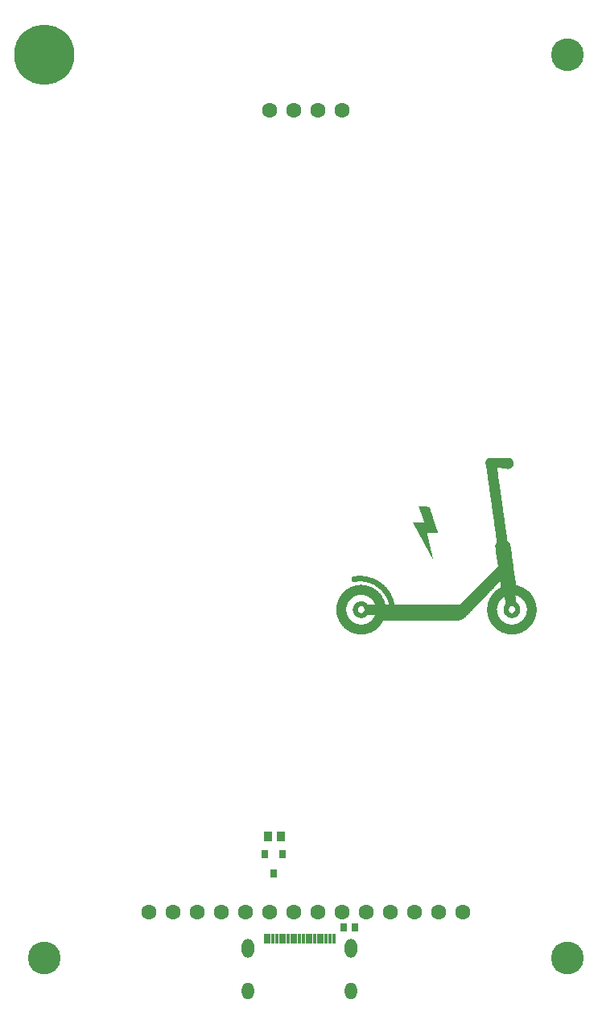
<source format=gbs>
G04*
G04 #@! TF.GenerationSoftware,Altium Limited,Altium Designer,22.11.1 (43)*
G04*
G04 Layer_Color=16711935*
%FSLAX25Y25*%
%MOIN*%
G70*
G04*
G04 #@! TF.SameCoordinates,1D5D8595-F9E1-464C-B53C-8977FC05DA47*
G04*
G04*
G04 #@! TF.FilePolarity,Negative*
G04*
G01*
G75*
%ADD27R,0.03747X0.04140*%
%ADD29C,0.06306*%
%ADD30O,0.05124X0.07093*%
%ADD31O,0.05124X0.07880*%
%ADD32C,0.13543*%
%ADD33C,0.24961*%
%ADD40R,0.03150X0.03543*%
%ADD42R,0.03156X0.03747*%
%ADD43R,0.01306X0.04337*%
G36*
X212250Y226556D02*
X212646D01*
Y226457D01*
X212844D01*
Y226358D01*
X212943D01*
Y226259D01*
X213141D01*
Y226160D01*
X213240D01*
Y226061D01*
X213338D01*
Y225962D01*
X213438D01*
Y225864D01*
X213537D01*
Y225764D01*
X213635D01*
Y225567D01*
X213734D01*
Y225369D01*
X213833D01*
Y225171D01*
X213932D01*
Y224775D01*
X214031D01*
Y223983D01*
X213932D01*
Y223488D01*
X213833D01*
Y223291D01*
X213734D01*
Y223093D01*
X213635D01*
Y222994D01*
X213537D01*
Y222895D01*
X213438D01*
Y222697D01*
X213240D01*
Y222598D01*
X213141D01*
Y222499D01*
X213042D01*
Y222400D01*
X212943D01*
Y222301D01*
X212646D01*
Y222202D01*
X212448D01*
Y222103D01*
X212052D01*
Y222004D01*
X211359D01*
Y222103D01*
X210667D01*
Y222202D01*
X210172D01*
Y222301D01*
X209479D01*
Y222400D01*
X208984D01*
Y222499D01*
X208391D01*
Y222598D01*
X207797D01*
Y222697D01*
X207203D01*
Y222202D01*
X207302D01*
Y221410D01*
X207401D01*
Y220817D01*
X207500D01*
Y220025D01*
X207599D01*
Y219431D01*
X207698D01*
Y218639D01*
X207797D01*
Y218046D01*
X207896D01*
Y217254D01*
X207995D01*
Y216561D01*
X208094D01*
Y215968D01*
X208193D01*
Y215077D01*
X208292D01*
Y214483D01*
X208391D01*
Y213692D01*
X208490D01*
Y213098D01*
X208589D01*
Y212405D01*
X208687D01*
Y211713D01*
X208787D01*
Y211119D01*
X208885D01*
Y210228D01*
X208984D01*
Y209634D01*
X209083D01*
Y208942D01*
X209182D01*
Y208249D01*
X209281D01*
Y207556D01*
X209380D01*
Y206765D01*
X209479D01*
Y206171D01*
X209578D01*
Y205379D01*
X209677D01*
Y204686D01*
X209776D01*
Y204093D01*
X209875D01*
Y203301D01*
X209974D01*
Y202707D01*
X210073D01*
Y201916D01*
X210172D01*
Y201322D01*
X210271D01*
Y200530D01*
X210370D01*
Y199739D01*
X210469D01*
Y199244D01*
X210568D01*
Y198353D01*
X210667D01*
Y197858D01*
X210766D01*
Y197067D01*
X210865D01*
Y196374D01*
X210964D01*
Y195681D01*
X211063D01*
Y194889D01*
X211161D01*
Y194296D01*
X211260D01*
Y193504D01*
X211359D01*
Y192910D01*
X211458D01*
Y192119D01*
X211557D01*
Y191921D01*
X211755D01*
Y191822D01*
X211953D01*
Y191723D01*
X212052D01*
Y191624D01*
X212250D01*
Y191525D01*
X212349D01*
Y191426D01*
X212448D01*
Y191228D01*
X212547D01*
Y191030D01*
X212646D01*
Y190733D01*
X212745D01*
Y189843D01*
X212844D01*
Y189249D01*
X212943D01*
Y188457D01*
X213042D01*
Y187864D01*
X213141D01*
Y187171D01*
X213240D01*
Y186379D01*
X213338D01*
Y185785D01*
X213438D01*
Y184994D01*
X213537D01*
Y184400D01*
X213635D01*
Y183608D01*
X213734D01*
Y182916D01*
X213833D01*
Y182223D01*
X213932D01*
Y181431D01*
X214031D01*
Y180838D01*
X214130D01*
Y180046D01*
X214229D01*
Y179452D01*
X214328D01*
Y178759D01*
X214427D01*
Y177968D01*
X214526D01*
Y177374D01*
X214625D01*
Y176483D01*
X214724D01*
Y175890D01*
X214823D01*
Y175197D01*
X214922D01*
Y174504D01*
X215021D01*
Y174009D01*
X215120D01*
Y173910D01*
X215318D01*
Y173811D01*
X215912D01*
Y173713D01*
X216109D01*
Y173614D01*
X216505D01*
Y173514D01*
X216802D01*
Y173416D01*
X217000D01*
Y173317D01*
X217297D01*
Y173218D01*
X217495D01*
Y173119D01*
X217792D01*
Y173020D01*
X217891D01*
Y172921D01*
X218089D01*
Y172822D01*
X218286D01*
Y172723D01*
X218484D01*
Y172624D01*
X218682D01*
Y172525D01*
X218781D01*
Y172426D01*
X218979D01*
Y172327D01*
X219078D01*
Y172228D01*
X219276D01*
Y172129D01*
X219375D01*
Y172030D01*
X219474D01*
Y171931D01*
X219672D01*
Y171832D01*
X219771D01*
Y171733D01*
X219870D01*
Y171634D01*
X219969D01*
Y171535D01*
X220068D01*
Y171436D01*
X220266D01*
Y171337D01*
X220365D01*
Y171239D01*
X220463D01*
Y171140D01*
X220563D01*
Y171041D01*
X220661D01*
Y170942D01*
X220760D01*
Y170843D01*
X220859D01*
Y170744D01*
X220958D01*
Y170645D01*
X221057D01*
Y170447D01*
X221156D01*
Y170348D01*
X221255D01*
Y170249D01*
X221354D01*
Y170150D01*
X221453D01*
Y169952D01*
X221552D01*
Y169853D01*
X221651D01*
Y169754D01*
X221750D01*
Y169556D01*
X221849D01*
Y169457D01*
X221948D01*
Y169259D01*
X222047D01*
Y169061D01*
X222146D01*
Y168963D01*
X222245D01*
Y168764D01*
X222344D01*
Y168567D01*
X222443D01*
Y168369D01*
X222542D01*
Y168171D01*
X222641D01*
Y167973D01*
X222740D01*
Y167676D01*
X222838D01*
Y167478D01*
X222937D01*
Y167181D01*
X223037D01*
Y166983D01*
X223135D01*
Y166587D01*
X223234D01*
Y166192D01*
X223333D01*
Y165796D01*
X223432D01*
Y165004D01*
X223531D01*
Y163817D01*
X223630D01*
Y163718D01*
X223531D01*
Y162629D01*
X223432D01*
Y161837D01*
X223333D01*
Y161442D01*
X223234D01*
Y161046D01*
X223135D01*
Y160650D01*
X223037D01*
Y160452D01*
X222937D01*
Y160155D01*
X222838D01*
Y159957D01*
X222740D01*
Y159660D01*
X222641D01*
Y159462D01*
X222542D01*
Y159265D01*
X222443D01*
Y159067D01*
X222344D01*
Y158869D01*
X222245D01*
Y158671D01*
X222146D01*
Y158572D01*
X222047D01*
Y158374D01*
X221948D01*
Y158176D01*
X221849D01*
Y158077D01*
X221750D01*
Y157879D01*
X221651D01*
Y157780D01*
X221552D01*
Y157681D01*
X221453D01*
Y157483D01*
X221354D01*
Y157384D01*
X221255D01*
Y157285D01*
X221156D01*
Y157186D01*
X221057D01*
Y156989D01*
X220958D01*
Y156889D01*
X220859D01*
Y156791D01*
X220760D01*
Y156692D01*
X220661D01*
Y156593D01*
X220563D01*
Y156494D01*
X220463D01*
Y156395D01*
X220365D01*
Y156296D01*
X220266D01*
Y156197D01*
X220068D01*
Y155999D01*
X219870D01*
Y155900D01*
X219771D01*
Y155801D01*
X219672D01*
Y155702D01*
X219573D01*
Y155603D01*
X219375D01*
Y155504D01*
X219276D01*
Y155405D01*
X219078D01*
Y155306D01*
X218979D01*
Y155207D01*
X218781D01*
Y155108D01*
X218682D01*
Y155009D01*
X218484D01*
Y154910D01*
X218286D01*
Y154811D01*
X218089D01*
Y154712D01*
X217990D01*
Y154613D01*
X217693D01*
Y154515D01*
X217594D01*
Y154416D01*
X217297D01*
Y154317D01*
X217099D01*
Y154218D01*
X216802D01*
Y154119D01*
X216505D01*
Y154020D01*
X216208D01*
Y153921D01*
X215812D01*
Y153822D01*
X215417D01*
Y153723D01*
X214922D01*
Y153624D01*
X213833D01*
Y153525D01*
X212943D01*
Y153624D01*
X211656D01*
Y153723D01*
X211161D01*
Y153822D01*
X210766D01*
Y153921D01*
X210370D01*
Y154020D01*
X210172D01*
Y154119D01*
X209776D01*
Y154218D01*
X209578D01*
Y154317D01*
X209281D01*
Y154416D01*
X209083D01*
Y154515D01*
X208885D01*
Y154613D01*
X208687D01*
Y154712D01*
X208490D01*
Y154811D01*
X208292D01*
Y154910D01*
X208094D01*
Y155009D01*
X207995D01*
Y155108D01*
X207797D01*
Y155207D01*
X207698D01*
Y155306D01*
X207500D01*
Y155405D01*
X207401D01*
Y155504D01*
X207203D01*
Y155603D01*
X207104D01*
Y155702D01*
X207005D01*
Y155801D01*
X206807D01*
Y155900D01*
X206708D01*
Y155999D01*
X206609D01*
Y156098D01*
X206510D01*
Y156197D01*
X206412D01*
Y156296D01*
X206312D01*
Y156395D01*
X206213D01*
Y156494D01*
X206115D01*
Y156593D01*
X206016D01*
Y156692D01*
X205917D01*
Y156791D01*
X205818D01*
Y156889D01*
X205719D01*
Y156989D01*
X205620D01*
Y157088D01*
X205521D01*
Y157186D01*
X205422D01*
Y157285D01*
X205323D01*
Y157483D01*
X205224D01*
Y157582D01*
X205125D01*
Y157681D01*
X205026D01*
Y157780D01*
X204927D01*
Y157978D01*
X204828D01*
Y158077D01*
X204729D01*
Y158275D01*
X204630D01*
Y158473D01*
X204531D01*
Y158572D01*
X204432D01*
Y158770D01*
X204333D01*
Y158968D01*
X204234D01*
Y159166D01*
X204135D01*
Y159363D01*
X204036D01*
Y159462D01*
X203938D01*
Y159759D01*
X203838D01*
Y159957D01*
X203740D01*
Y160254D01*
X203641D01*
Y160551D01*
X203542D01*
Y160848D01*
X203443D01*
Y161244D01*
X203344D01*
Y161541D01*
X203245D01*
Y162134D01*
X203146D01*
Y162728D01*
X203047D01*
Y164806D01*
X203146D01*
Y165499D01*
X203245D01*
Y166093D01*
X203344D01*
Y166390D01*
X203443D01*
Y166785D01*
X203542D01*
Y167082D01*
X203641D01*
Y167379D01*
X203740D01*
Y167676D01*
X203838D01*
Y167874D01*
X203938D01*
Y168171D01*
X204036D01*
Y168270D01*
X204135D01*
Y168567D01*
X204234D01*
Y168666D01*
X204333D01*
Y168863D01*
X204432D01*
Y169061D01*
X204531D01*
Y169160D01*
X204630D01*
Y169358D01*
X204729D01*
Y169556D01*
X204828D01*
Y169655D01*
X204927D01*
Y169853D01*
X205026D01*
Y169952D01*
X205125D01*
Y170051D01*
X205224D01*
Y170150D01*
X205323D01*
Y170348D01*
X205422D01*
Y170447D01*
X205521D01*
Y170546D01*
X205620D01*
Y170645D01*
X205719D01*
Y170744D01*
X205818D01*
Y170843D01*
X205917D01*
Y170942D01*
X206016D01*
Y171041D01*
X206115D01*
Y171140D01*
X206213D01*
Y171239D01*
X206312D01*
Y171337D01*
X206412D01*
Y171436D01*
X206510D01*
Y171535D01*
X206609D01*
Y171634D01*
X206708D01*
Y171733D01*
X206807D01*
Y171832D01*
X207005D01*
Y171931D01*
X207104D01*
Y172030D01*
X207203D01*
Y172129D01*
X207401D01*
Y172228D01*
X207500D01*
Y172327D01*
X207599D01*
Y172426D01*
X207797D01*
Y172525D01*
X207995D01*
Y172624D01*
X208193D01*
Y172723D01*
X208292D01*
Y172822D01*
X208490D01*
Y172921D01*
X208687D01*
Y174009D01*
X208589D01*
Y174603D01*
X208490D01*
Y175296D01*
X208391D01*
Y175395D01*
X208292D01*
Y175296D01*
X208193D01*
Y175197D01*
X208094D01*
Y175098D01*
X207995D01*
Y174999D01*
X207896D01*
Y174900D01*
X207797D01*
Y174801D01*
X207698D01*
Y174702D01*
X207599D01*
Y174603D01*
X207500D01*
Y174504D01*
X207401D01*
Y174405D01*
X207302D01*
Y174306D01*
X207203D01*
Y174207D01*
X207104D01*
Y174108D01*
X207005D01*
Y174009D01*
X206906D01*
Y173910D01*
X206807D01*
Y173811D01*
X206708D01*
Y173713D01*
X206609D01*
Y173614D01*
X206510D01*
Y173514D01*
X206412D01*
Y173416D01*
X206312D01*
Y173218D01*
X206115D01*
Y173020D01*
X206016D01*
Y172921D01*
X205917D01*
Y172822D01*
X205818D01*
Y172723D01*
X205719D01*
Y172624D01*
X205620D01*
Y172525D01*
X205521D01*
Y172426D01*
X205422D01*
Y172327D01*
X205323D01*
Y172228D01*
X205224D01*
Y172129D01*
X205125D01*
Y172030D01*
X205026D01*
Y171931D01*
X204927D01*
Y171832D01*
X204828D01*
Y171733D01*
X204729D01*
Y171634D01*
X204630D01*
Y171535D01*
X204531D01*
Y171436D01*
X204432D01*
Y171337D01*
X204333D01*
Y171239D01*
X204234D01*
Y171140D01*
X204135D01*
Y171041D01*
X204036D01*
Y170942D01*
X203938D01*
Y170843D01*
X203838D01*
Y170744D01*
X203740D01*
Y170645D01*
X203641D01*
Y170546D01*
X203542D01*
Y170447D01*
X203443D01*
Y170249D01*
X203245D01*
Y170051D01*
X203146D01*
Y169952D01*
X203047D01*
Y169853D01*
X202948D01*
Y169754D01*
X202849D01*
Y169655D01*
X202750D01*
Y169556D01*
X202651D01*
Y169457D01*
X202552D01*
Y169358D01*
X202453D01*
Y169259D01*
X202354D01*
Y169160D01*
X202255D01*
Y169061D01*
X202156D01*
Y168963D01*
X202057D01*
Y168863D01*
X201958D01*
Y168764D01*
X201859D01*
Y168666D01*
X201760D01*
Y168567D01*
X201661D01*
Y168468D01*
X201562D01*
Y168369D01*
X201464D01*
Y168270D01*
X201365D01*
Y168171D01*
X201266D01*
Y168072D01*
X201167D01*
Y167973D01*
X201068D01*
Y167874D01*
X200969D01*
Y167775D01*
X200870D01*
Y167676D01*
X200771D01*
Y167577D01*
X200672D01*
Y167379D01*
X200573D01*
Y167280D01*
X200474D01*
Y167181D01*
X200375D01*
Y167082D01*
X200276D01*
Y166983D01*
X200177D01*
Y166884D01*
X200078D01*
Y166785D01*
X199979D01*
Y166686D01*
X199880D01*
Y166587D01*
X199781D01*
Y166489D01*
X199682D01*
Y166390D01*
X199583D01*
Y166291D01*
X199484D01*
Y166192D01*
X199385D01*
Y166093D01*
X199286D01*
Y165994D01*
X199188D01*
Y165895D01*
X199089D01*
Y165796D01*
X198990D01*
Y165697D01*
X198891D01*
Y165598D01*
X198792D01*
Y165499D01*
X198693D01*
Y165400D01*
X198594D01*
Y165301D01*
X198495D01*
Y165202D01*
X198396D01*
Y165103D01*
X198297D01*
Y165004D01*
X198198D01*
Y164806D01*
X198000D01*
Y164608D01*
X197802D01*
Y164410D01*
X197703D01*
Y164311D01*
X197604D01*
Y164213D01*
X197505D01*
Y164113D01*
X197406D01*
Y164014D01*
X197307D01*
Y163916D01*
X197208D01*
Y163817D01*
X197109D01*
Y163718D01*
X197010D01*
Y163619D01*
X196912D01*
Y163520D01*
X196812D01*
Y163421D01*
X196713D01*
Y163322D01*
X196615D01*
Y163223D01*
X196516D01*
Y163124D01*
X196417D01*
Y163025D01*
X196318D01*
Y162926D01*
X196219D01*
Y162827D01*
X196120D01*
Y162728D01*
X196021D01*
Y162629D01*
X195922D01*
Y162530D01*
X195823D01*
Y162431D01*
X195724D01*
Y162332D01*
X195625D01*
Y162233D01*
X195526D01*
Y162134D01*
X195427D01*
Y161936D01*
X195229D01*
Y161739D01*
X195130D01*
Y161639D01*
X195031D01*
Y161541D01*
X194932D01*
Y161442D01*
X194734D01*
Y161343D01*
X194635D01*
Y161244D01*
X194536D01*
Y161145D01*
X194438D01*
Y161046D01*
X194339D01*
Y160947D01*
X194240D01*
Y160848D01*
X194141D01*
Y160749D01*
X194042D01*
Y160650D01*
X193943D01*
Y160551D01*
X193844D01*
Y160452D01*
X193745D01*
Y160353D01*
X193547D01*
Y160254D01*
X193448D01*
Y160155D01*
X193250D01*
Y160056D01*
X193052D01*
Y159957D01*
X192953D01*
Y159858D01*
X192755D01*
Y159759D01*
X192557D01*
Y159660D01*
X192260D01*
Y159561D01*
X191964D01*
Y159462D01*
X191667D01*
Y159363D01*
X191073D01*
Y159265D01*
X160594D01*
Y159363D01*
X160099D01*
Y159166D01*
X160000D01*
Y158968D01*
X159901D01*
Y158869D01*
X159802D01*
Y158671D01*
X159703D01*
Y158473D01*
X159604D01*
Y158275D01*
X159505D01*
Y158176D01*
X159406D01*
Y158077D01*
X159307D01*
Y157879D01*
X159208D01*
Y157780D01*
X159109D01*
Y157582D01*
X159010D01*
Y157483D01*
X158912D01*
Y157384D01*
X158812D01*
Y157186D01*
X158713D01*
Y157088D01*
X158615D01*
Y156989D01*
X158516D01*
Y156889D01*
X158417D01*
Y156791D01*
X158318D01*
Y156692D01*
X158219D01*
Y156593D01*
X158120D01*
Y156494D01*
X158021D01*
Y156395D01*
X157922D01*
Y156296D01*
X157823D01*
Y156197D01*
X157724D01*
Y156098D01*
X157625D01*
Y155999D01*
X157427D01*
Y155900D01*
X157328D01*
Y155801D01*
X157229D01*
Y155702D01*
X157130D01*
Y155603D01*
X156932D01*
Y155504D01*
X156833D01*
Y155405D01*
X156734D01*
Y155306D01*
X156536D01*
Y155207D01*
X156438D01*
Y155108D01*
X156240D01*
Y155009D01*
X156042D01*
Y154910D01*
X155943D01*
Y154811D01*
X155745D01*
Y154712D01*
X155547D01*
Y154613D01*
X155349D01*
Y154515D01*
X155151D01*
Y154416D01*
X154854D01*
Y154317D01*
X154656D01*
Y154218D01*
X154458D01*
Y154119D01*
X154062D01*
Y154020D01*
X153865D01*
Y153921D01*
X153370D01*
Y153822D01*
X152974D01*
Y153723D01*
X152479D01*
Y153624D01*
X151292D01*
Y153525D01*
X150302D01*
Y153624D01*
X149312D01*
Y153723D01*
X148818D01*
Y153822D01*
X148422D01*
Y153921D01*
X147927D01*
Y154020D01*
X147729D01*
Y154119D01*
X147333D01*
Y154218D01*
X147135D01*
Y154317D01*
X146838D01*
Y154416D01*
X146641D01*
Y154515D01*
X146443D01*
Y154613D01*
X146245D01*
Y154712D01*
X146047D01*
Y154811D01*
X145849D01*
Y154910D01*
X145750D01*
Y155009D01*
X145552D01*
Y155108D01*
X145354D01*
Y155207D01*
X145255D01*
Y155306D01*
X145057D01*
Y155405D01*
X144958D01*
Y155504D01*
X144760D01*
Y155603D01*
X144661D01*
Y155702D01*
X144562D01*
Y155801D01*
X144365D01*
Y155900D01*
X144266D01*
Y155999D01*
X144167D01*
Y156098D01*
X144068D01*
Y156197D01*
X143969D01*
Y156296D01*
X143870D01*
Y156395D01*
X143771D01*
Y156494D01*
X143672D01*
Y156593D01*
X143573D01*
Y156692D01*
X143474D01*
Y156791D01*
X143375D01*
Y156889D01*
X143276D01*
Y156989D01*
X143177D01*
Y157088D01*
X143078D01*
Y157186D01*
X142979D01*
Y157384D01*
X142880D01*
Y157483D01*
X142781D01*
Y157582D01*
X142682D01*
Y157780D01*
X142583D01*
Y157879D01*
X142484D01*
Y157978D01*
X142385D01*
Y158176D01*
X142287D01*
Y158275D01*
X142188D01*
Y158473D01*
X142088D01*
Y158572D01*
X141990D01*
Y158770D01*
X141891D01*
Y158968D01*
X141792D01*
Y159166D01*
X141693D01*
Y159363D01*
X141594D01*
Y159561D01*
X141495D01*
Y159858D01*
X141396D01*
Y160056D01*
X141297D01*
Y160353D01*
X141198D01*
Y160551D01*
X141099D01*
Y160848D01*
X141000D01*
Y161343D01*
X140901D01*
Y161639D01*
X140802D01*
Y162332D01*
X140703D01*
Y163124D01*
X140604D01*
Y164509D01*
X140703D01*
Y165301D01*
X140802D01*
Y165994D01*
X140901D01*
Y166291D01*
X141000D01*
Y166785D01*
X141099D01*
Y167082D01*
X141198D01*
Y167280D01*
X141297D01*
Y167577D01*
X141396D01*
Y167775D01*
X141495D01*
Y168072D01*
X141594D01*
Y168270D01*
X141693D01*
Y168468D01*
X141792D01*
Y168666D01*
X141891D01*
Y168863D01*
X141990D01*
Y169061D01*
X142088D01*
Y169160D01*
X142188D01*
Y169358D01*
X142287D01*
Y169457D01*
X142385D01*
Y169655D01*
X142484D01*
Y169754D01*
X142583D01*
Y169853D01*
X142682D01*
Y170051D01*
X142781D01*
Y170150D01*
X142880D01*
Y170249D01*
X142979D01*
Y170447D01*
X143078D01*
Y170546D01*
X143177D01*
Y170645D01*
X143276D01*
Y170744D01*
X143375D01*
Y170843D01*
X143474D01*
Y170942D01*
X143573D01*
Y171041D01*
X143672D01*
Y171140D01*
X143771D01*
Y171239D01*
X143870D01*
Y171337D01*
X143969D01*
Y171436D01*
X144068D01*
Y171535D01*
X144167D01*
Y171634D01*
X144266D01*
Y171733D01*
X144464D01*
Y171832D01*
X144562D01*
Y171931D01*
X144661D01*
Y172030D01*
X144760D01*
Y172129D01*
X144958D01*
Y172228D01*
X145057D01*
Y172327D01*
X145255D01*
Y172426D01*
X145354D01*
Y172525D01*
X145552D01*
Y172624D01*
X145750D01*
Y172723D01*
X145849D01*
Y172822D01*
X146047D01*
Y172921D01*
X146245D01*
Y173020D01*
X146443D01*
Y173119D01*
X146740D01*
Y173218D01*
X146838D01*
Y173317D01*
X147135D01*
Y173416D01*
X147432D01*
Y173514D01*
X147630D01*
Y173614D01*
X148026D01*
Y173713D01*
X148323D01*
Y173811D01*
X148818D01*
Y173910D01*
X149312D01*
Y174009D01*
X150302D01*
Y174108D01*
X151391D01*
Y174009D01*
X152479D01*
Y173910D01*
X152875D01*
Y173811D01*
X153469D01*
Y173713D01*
X153766D01*
Y173614D01*
X154062D01*
Y173514D01*
X154359D01*
Y173416D01*
X154656D01*
Y173317D01*
X154854D01*
Y173218D01*
X155052D01*
Y173119D01*
X155349D01*
Y173020D01*
X155547D01*
Y172921D01*
X155745D01*
Y172822D01*
X155943D01*
Y172723D01*
X156042D01*
Y172624D01*
X156240D01*
Y172525D01*
X156339D01*
Y172426D01*
X156536D01*
Y172327D01*
X156734D01*
Y172228D01*
X156833D01*
Y172129D01*
X156932D01*
Y172030D01*
X157130D01*
Y171931D01*
X157229D01*
Y171832D01*
X157328D01*
Y171733D01*
X157526D01*
Y171634D01*
X157625D01*
Y171535D01*
X157724D01*
Y171436D01*
X157823D01*
Y171337D01*
X157922D01*
Y171239D01*
X158021D01*
Y171140D01*
X158120D01*
Y171041D01*
X158219D01*
Y170942D01*
X158318D01*
Y170843D01*
X158417D01*
Y170744D01*
X158516D01*
Y170645D01*
X158615D01*
Y170546D01*
X158713D01*
Y170447D01*
X158812D01*
Y170249D01*
X158912D01*
Y170150D01*
X159010D01*
Y170051D01*
X159109D01*
Y169853D01*
X159208D01*
Y169754D01*
X159307D01*
Y169556D01*
X159406D01*
Y169457D01*
X159505D01*
Y169259D01*
X159604D01*
Y169160D01*
X159703D01*
Y168963D01*
X159802D01*
Y168764D01*
X159901D01*
Y168666D01*
X160000D01*
Y168468D01*
X160099D01*
Y168270D01*
X160198D01*
Y168072D01*
X160297D01*
Y167775D01*
X160396D01*
Y167577D01*
X160495D01*
Y167280D01*
X160594D01*
Y166983D01*
X160693D01*
Y166686D01*
X160792D01*
Y166291D01*
X160891D01*
Y166093D01*
X160990D01*
Y165994D01*
X162276D01*
Y166093D01*
X162375D01*
Y166489D01*
X162276D01*
Y166686D01*
X162177D01*
Y167082D01*
X162078D01*
Y167280D01*
X161979D01*
Y167577D01*
X161880D01*
Y167874D01*
X161781D01*
Y168072D01*
X161682D01*
Y168270D01*
X161583D01*
Y168468D01*
X161484D01*
Y168764D01*
X161385D01*
Y168863D01*
X161286D01*
Y169061D01*
X161188D01*
Y169259D01*
X161089D01*
Y169358D01*
X160990D01*
Y169556D01*
X160891D01*
Y169655D01*
X160792D01*
Y169853D01*
X160693D01*
Y170051D01*
X160594D01*
Y170150D01*
X160495D01*
Y170348D01*
X160396D01*
Y170447D01*
X160297D01*
Y170546D01*
X160198D01*
Y170744D01*
X160099D01*
Y170843D01*
X160000D01*
Y170942D01*
X159901D01*
Y171041D01*
X159802D01*
Y171239D01*
X159604D01*
Y171436D01*
X159505D01*
Y171535D01*
X159406D01*
Y171634D01*
X159307D01*
Y171733D01*
X159208D01*
Y171832D01*
X159109D01*
Y171931D01*
X159010D01*
Y172030D01*
X158912D01*
Y172129D01*
X158812D01*
Y172228D01*
X158713D01*
Y172327D01*
X158615D01*
Y172426D01*
X158417D01*
Y172525D01*
X158318D01*
Y172624D01*
X158219D01*
Y172723D01*
X158120D01*
Y172822D01*
X158021D01*
Y172921D01*
X157823D01*
Y173020D01*
X157724D01*
Y173119D01*
X157625D01*
Y173218D01*
X157427D01*
Y173317D01*
X157328D01*
Y173416D01*
X157130D01*
Y173514D01*
X157031D01*
Y173614D01*
X156833D01*
Y173713D01*
X156635D01*
Y173811D01*
X156536D01*
Y173910D01*
X156339D01*
Y174009D01*
X156141D01*
Y174108D01*
X155943D01*
Y174207D01*
X155745D01*
Y174306D01*
X155547D01*
Y174405D01*
X155349D01*
Y174504D01*
X155151D01*
Y174603D01*
X154854D01*
Y174702D01*
X154656D01*
Y174801D01*
X154359D01*
Y174900D01*
X154062D01*
Y174999D01*
X153667D01*
Y175098D01*
X153271D01*
Y175197D01*
X152875D01*
Y175296D01*
X152182D01*
Y175395D01*
X151588D01*
Y175494D01*
X149214D01*
Y175395D01*
X148521D01*
Y175296D01*
X147630D01*
Y175395D01*
X147432D01*
Y175494D01*
X147234D01*
Y175593D01*
X147135D01*
Y175692D01*
X147037D01*
Y175890D01*
X146938D01*
Y176186D01*
X146838D01*
Y176582D01*
X146938D01*
Y176978D01*
X147037D01*
Y177077D01*
X147135D01*
Y177275D01*
X147234D01*
Y177374D01*
X147432D01*
Y177473D01*
X147630D01*
Y177572D01*
X148323D01*
Y177671D01*
X149115D01*
Y177770D01*
X151688D01*
Y177671D01*
X152479D01*
Y177572D01*
X153172D01*
Y177473D01*
X153568D01*
Y177374D01*
X154062D01*
Y177275D01*
X154359D01*
Y177176D01*
X154755D01*
Y177077D01*
X155052D01*
Y176978D01*
X155349D01*
Y176879D01*
X155646D01*
Y176780D01*
X155844D01*
Y176681D01*
X156141D01*
Y176582D01*
X156339D01*
Y176483D01*
X156536D01*
Y176384D01*
X156734D01*
Y176285D01*
X156932D01*
Y176186D01*
X157229D01*
Y176087D01*
X157328D01*
Y175988D01*
X157526D01*
Y175890D01*
X157724D01*
Y175791D01*
X157823D01*
Y175692D01*
X158021D01*
Y175593D01*
X158219D01*
Y175494D01*
X158417D01*
Y175395D01*
X158516D01*
Y175296D01*
X158615D01*
Y175197D01*
X158812D01*
Y175098D01*
X158912D01*
Y174999D01*
X159109D01*
Y174900D01*
X159208D01*
Y174801D01*
X159307D01*
Y174702D01*
X159505D01*
Y174603D01*
X159604D01*
Y174504D01*
X159703D01*
Y174405D01*
X159802D01*
Y174306D01*
X160000D01*
Y174207D01*
X160099D01*
Y174108D01*
X160198D01*
Y174009D01*
X160297D01*
Y173910D01*
X160396D01*
Y173811D01*
X160495D01*
Y173713D01*
X160594D01*
Y173614D01*
X160693D01*
Y173514D01*
X160792D01*
Y173416D01*
X160891D01*
Y173317D01*
X160990D01*
Y173218D01*
X161089D01*
Y173119D01*
X161188D01*
Y173020D01*
X161286D01*
Y172921D01*
X161385D01*
Y172822D01*
X161484D01*
Y172624D01*
X161583D01*
Y172525D01*
X161682D01*
Y172426D01*
X161781D01*
Y172327D01*
X161880D01*
Y172228D01*
X161979D01*
Y172030D01*
X162078D01*
Y171931D01*
X162177D01*
Y171832D01*
X162276D01*
Y171634D01*
X162375D01*
Y171535D01*
X162474D01*
Y171436D01*
X162573D01*
Y171239D01*
X162672D01*
Y171041D01*
X162771D01*
Y170942D01*
X162870D01*
Y170744D01*
X162969D01*
Y170645D01*
X163068D01*
Y170447D01*
X163167D01*
Y170249D01*
X163266D01*
Y170051D01*
X163365D01*
Y169853D01*
X163463D01*
Y169655D01*
X163563D01*
Y169457D01*
X163662D01*
Y169259D01*
X163760D01*
Y169061D01*
X163859D01*
Y168863D01*
X163958D01*
Y168567D01*
X164057D01*
Y168270D01*
X164156D01*
Y168072D01*
X164255D01*
Y167676D01*
X164354D01*
Y167478D01*
X164453D01*
Y167082D01*
X164552D01*
Y166785D01*
X164651D01*
Y166291D01*
X164750D01*
Y166093D01*
X164948D01*
Y165994D01*
X191964D01*
Y166093D01*
X192062D01*
Y166192D01*
X192162D01*
Y166291D01*
X192260D01*
Y166390D01*
X192359D01*
Y166489D01*
X192458D01*
Y166587D01*
X192557D01*
Y166686D01*
X192656D01*
Y166785D01*
X192755D01*
Y166884D01*
X192854D01*
Y166983D01*
X192953D01*
Y167082D01*
X193052D01*
Y167181D01*
X193151D01*
Y167280D01*
X193250D01*
Y167379D01*
X193349D01*
Y167478D01*
X193448D01*
Y167577D01*
X193547D01*
Y167676D01*
X193646D01*
Y167775D01*
X193745D01*
Y167874D01*
X193844D01*
Y167973D01*
X193943D01*
Y168072D01*
X194042D01*
Y168171D01*
X194141D01*
Y168270D01*
X194240D01*
Y168369D01*
X194339D01*
Y168468D01*
X194438D01*
Y168567D01*
X194536D01*
Y168666D01*
X194635D01*
Y168764D01*
X194734D01*
Y168863D01*
X194833D01*
Y168963D01*
X194932D01*
Y169061D01*
X195031D01*
Y169160D01*
X195130D01*
Y169259D01*
X195229D01*
Y169358D01*
X195328D01*
Y169457D01*
X195427D01*
Y169556D01*
X195526D01*
Y169655D01*
X195625D01*
Y169754D01*
X195724D01*
Y169853D01*
X195823D01*
Y169952D01*
X195922D01*
Y170051D01*
X196021D01*
Y170150D01*
X196120D01*
Y170249D01*
X196219D01*
Y170348D01*
X196318D01*
Y170447D01*
X196417D01*
Y170546D01*
X196516D01*
Y170645D01*
X196615D01*
Y170744D01*
X196713D01*
Y170843D01*
X196812D01*
Y170942D01*
X196912D01*
Y171041D01*
X197010D01*
Y171140D01*
X197109D01*
Y171239D01*
X197208D01*
Y171337D01*
X197307D01*
Y171436D01*
X197406D01*
Y171535D01*
X197505D01*
Y171634D01*
X197604D01*
Y171733D01*
X197703D01*
Y171832D01*
X197802D01*
Y171931D01*
X197901D01*
Y172030D01*
X198000D01*
Y172129D01*
X198099D01*
Y172228D01*
X198198D01*
Y172327D01*
X198297D01*
Y172426D01*
X198396D01*
Y172525D01*
X198495D01*
Y172624D01*
X198594D01*
Y172723D01*
X198693D01*
Y172822D01*
X198792D01*
Y172921D01*
X198891D01*
Y173020D01*
X198990D01*
Y173119D01*
X199089D01*
Y173218D01*
X199188D01*
Y173317D01*
X199286D01*
Y173416D01*
X199385D01*
Y173514D01*
X199484D01*
Y173614D01*
X199583D01*
Y173713D01*
X199682D01*
Y173811D01*
X199781D01*
Y173910D01*
X199880D01*
Y174009D01*
X199979D01*
Y174108D01*
X200078D01*
Y174207D01*
X200177D01*
Y174306D01*
X200276D01*
Y174405D01*
X200375D01*
Y174504D01*
X200474D01*
Y174603D01*
X200573D01*
Y174702D01*
X200672D01*
Y174801D01*
X200771D01*
Y174900D01*
X200870D01*
Y174999D01*
X200969D01*
Y175098D01*
X201068D01*
Y175197D01*
X201167D01*
Y175296D01*
X201266D01*
Y175395D01*
X201365D01*
Y175494D01*
X201464D01*
Y175593D01*
X201562D01*
Y175692D01*
X201661D01*
Y175791D01*
X201760D01*
Y175890D01*
X201859D01*
Y175988D01*
X201958D01*
Y176087D01*
X202057D01*
Y176186D01*
X202156D01*
Y176285D01*
X202255D01*
Y176384D01*
X202354D01*
Y176483D01*
X202453D01*
Y176582D01*
X202552D01*
Y176681D01*
X202651D01*
Y176780D01*
X202750D01*
Y176879D01*
X202849D01*
Y176978D01*
X202948D01*
Y177077D01*
X203047D01*
Y177176D01*
X203146D01*
Y177275D01*
X203245D01*
Y177374D01*
X203344D01*
Y177473D01*
X203443D01*
Y177572D01*
X203542D01*
Y177671D01*
X203641D01*
Y177770D01*
X203740D01*
Y177869D01*
X203838D01*
Y177968D01*
X203938D01*
Y178067D01*
X204036D01*
Y178166D01*
X204135D01*
Y178264D01*
X204234D01*
Y178364D01*
X204333D01*
Y178463D01*
X204432D01*
Y178561D01*
X204531D01*
Y178660D01*
X204630D01*
Y178759D01*
X204729D01*
Y178858D01*
X204828D01*
Y178957D01*
X204927D01*
Y179056D01*
X205026D01*
Y179155D01*
X205125D01*
Y179254D01*
X205224D01*
Y179353D01*
X205323D01*
Y179452D01*
X205422D01*
Y179551D01*
X205521D01*
Y179650D01*
X205620D01*
Y179749D01*
X205719D01*
Y179848D01*
X205818D01*
Y179947D01*
X205917D01*
Y180046D01*
X206016D01*
Y180145D01*
X206115D01*
Y180244D01*
X206213D01*
Y180343D01*
X206312D01*
Y180442D01*
X206412D01*
Y180541D01*
X206510D01*
Y180640D01*
X206609D01*
Y180738D01*
X206708D01*
Y180838D01*
X206807D01*
Y180936D01*
X206906D01*
Y181035D01*
X207005D01*
Y181134D01*
X207104D01*
Y181233D01*
X207203D01*
Y181332D01*
X207302D01*
Y181431D01*
X207401D01*
Y181530D01*
X207500D01*
Y181728D01*
X207599D01*
Y181926D01*
X207500D01*
Y182619D01*
X207401D01*
Y183212D01*
X207302D01*
Y184004D01*
X207203D01*
Y184697D01*
X207104D01*
Y185291D01*
X207005D01*
Y186082D01*
X206906D01*
Y186676D01*
X206807D01*
Y187468D01*
X206708D01*
Y188061D01*
X206609D01*
Y188853D01*
X206510D01*
Y189546D01*
X206412D01*
Y190535D01*
X206510D01*
Y190733D01*
X206609D01*
Y190931D01*
X206708D01*
Y191030D01*
X206807D01*
Y191129D01*
X207005D01*
Y191228D01*
X207104D01*
Y191327D01*
Y191426D01*
Y191525D01*
X207203D01*
Y191624D01*
X207104D01*
Y192218D01*
X207005D01*
Y192910D01*
X206906D01*
Y193504D01*
X206807D01*
Y194296D01*
X206708D01*
Y194889D01*
X206609D01*
Y195780D01*
X206510D01*
Y196374D01*
X206412D01*
Y197067D01*
X206312D01*
Y197858D01*
X206213D01*
Y198353D01*
X206115D01*
Y199244D01*
X206016D01*
Y199739D01*
X205917D01*
Y200629D01*
X205818D01*
Y201322D01*
X205719D01*
Y201916D01*
X205620D01*
Y202707D01*
X205521D01*
Y203301D01*
X205422D01*
Y204093D01*
X205323D01*
Y204686D01*
X205224D01*
Y205478D01*
X205125D01*
Y206171D01*
X205026D01*
Y206765D01*
X204927D01*
Y207556D01*
X204828D01*
Y208150D01*
X204729D01*
Y208942D01*
X204630D01*
Y209634D01*
X204531D01*
Y210228D01*
X204432D01*
Y211119D01*
X204333D01*
Y211613D01*
X204234D01*
Y212504D01*
X204135D01*
Y213098D01*
X204036D01*
Y213791D01*
X203938D01*
Y214483D01*
X203838D01*
Y215176D01*
X203740D01*
Y215968D01*
X203641D01*
Y216561D01*
X203542D01*
Y217353D01*
X203443D01*
Y217947D01*
X203344D01*
Y218639D01*
X203245D01*
Y219431D01*
X203146D01*
Y220025D01*
X203047D01*
Y220817D01*
X202948D01*
Y221410D01*
X202849D01*
Y222103D01*
X202750D01*
Y222400D01*
X202651D01*
Y222994D01*
X202552D01*
Y223785D01*
X202453D01*
Y224379D01*
X202354D01*
Y224973D01*
X202453D01*
Y225369D01*
X202552D01*
Y225567D01*
X202651D01*
Y225764D01*
X202750D01*
Y225864D01*
X202849D01*
Y225962D01*
X202948D01*
Y226061D01*
X203047D01*
Y226259D01*
X203245D01*
Y226358D01*
X203344D01*
Y226457D01*
X203542D01*
Y226556D01*
X203838D01*
Y226655D01*
X212250D01*
Y226556D01*
D02*
G37*
G36*
X175902Y206479D02*
X178171D01*
Y206406D01*
X179123D01*
Y206332D01*
X179196D01*
Y206186D01*
X179269D01*
Y205966D01*
X179342D01*
Y205747D01*
X179416D01*
Y205527D01*
X179489D01*
Y205308D01*
X179562D01*
Y205015D01*
X179635D01*
Y204869D01*
X179708D01*
Y204649D01*
X179781D01*
Y204356D01*
X179855D01*
Y204210D01*
X179928D01*
Y203917D01*
X180001D01*
Y203770D01*
X180074D01*
Y203478D01*
X180148D01*
Y203331D01*
X180221D01*
Y203112D01*
X180294D01*
Y202819D01*
X180367D01*
Y202673D01*
X180440D01*
Y202453D01*
X180514D01*
Y202233D01*
X180587D01*
Y201941D01*
X180660D01*
Y201721D01*
X180733D01*
Y201575D01*
X180806D01*
Y201282D01*
X180879D01*
Y201062D01*
X180953D01*
Y200843D01*
X181026D01*
Y200623D01*
X181099D01*
Y200403D01*
X181172D01*
Y200184D01*
X181246D01*
Y200037D01*
X181319D01*
Y199745D01*
X181392D01*
Y199525D01*
X181465D01*
Y199305D01*
X181538D01*
Y199086D01*
X181612D01*
Y198866D01*
X181685D01*
Y198647D01*
X181758D01*
Y198427D01*
X181831D01*
Y198207D01*
X181904D01*
Y197988D01*
X181977D01*
Y197768D01*
X182051D01*
Y197549D01*
X182124D01*
Y197329D01*
X182197D01*
Y197109D01*
X182270D01*
Y196890D01*
X182343D01*
Y196597D01*
X182417D01*
Y196451D01*
X182490D01*
Y196231D01*
X182563D01*
Y196011D01*
X182636D01*
Y195865D01*
X182710D01*
Y195719D01*
X182636D01*
Y195645D01*
X180879D01*
Y195719D01*
X178244D01*
Y195645D01*
X178171D01*
Y195499D01*
X178244D01*
Y195206D01*
X178318D01*
Y194840D01*
X178391D01*
Y194547D01*
X178464D01*
Y194182D01*
X178537D01*
Y193889D01*
X178610D01*
Y193596D01*
X178684D01*
Y193230D01*
X178757D01*
Y192937D01*
X178830D01*
Y192644D01*
X178903D01*
Y192278D01*
X178976D01*
Y191986D01*
X179050D01*
Y191620D01*
X179123D01*
Y191400D01*
X179196D01*
Y190961D01*
X179269D01*
Y190668D01*
X179342D01*
Y190375D01*
X179416D01*
Y190082D01*
X179489D01*
Y189790D01*
X179562D01*
Y189424D01*
X179635D01*
Y189131D01*
X179708D01*
Y188765D01*
X179781D01*
Y188399D01*
X179855D01*
Y188179D01*
X179928D01*
Y187813D01*
X180001D01*
Y187594D01*
X180074D01*
Y187154D01*
X180148D01*
Y186862D01*
X180221D01*
Y186496D01*
X180294D01*
Y186130D01*
X180367D01*
Y185910D01*
X180440D01*
Y185544D01*
X180514D01*
Y185251D01*
X180587D01*
Y185032D01*
X180660D01*
Y184666D01*
X180587D01*
Y184739D01*
X180514D01*
Y184812D01*
X180440D01*
Y184959D01*
X180367D01*
Y185105D01*
X180294D01*
Y185251D01*
X180221D01*
Y185398D01*
X180148D01*
Y185544D01*
X180074D01*
Y185690D01*
X180001D01*
Y185764D01*
X179928D01*
Y185910D01*
X179855D01*
Y186056D01*
X179781D01*
Y186203D01*
X179708D01*
Y186349D01*
X179635D01*
Y186423D01*
X179562D01*
Y186642D01*
X179489D01*
Y186715D01*
X179416D01*
Y186862D01*
X179342D01*
Y187008D01*
X179269D01*
Y187154D01*
X179196D01*
Y187301D01*
X179123D01*
Y187374D01*
X179050D01*
Y187521D01*
X178976D01*
Y187667D01*
X178903D01*
Y187813D01*
X178830D01*
Y187960D01*
X178757D01*
Y188033D01*
X178684D01*
Y188252D01*
X178610D01*
Y188326D01*
X178537D01*
Y188472D01*
X178464D01*
Y188618D01*
X178391D01*
Y188765D01*
X178318D01*
Y188911D01*
X178244D01*
Y188984D01*
X178171D01*
Y189131D01*
X178098D01*
Y189277D01*
X178025D01*
Y189424D01*
X177952D01*
Y189570D01*
X177878D01*
Y189716D01*
X177805D01*
Y189863D01*
X177732D01*
Y189936D01*
X177659D01*
Y190156D01*
X177586D01*
Y190229D01*
X177512D01*
Y190375D01*
X177439D01*
Y190522D01*
X177366D01*
Y190668D01*
X177293D01*
Y190814D01*
X177220D01*
Y190888D01*
X177146D01*
Y191034D01*
X177073D01*
Y191180D01*
X177000D01*
Y191327D01*
X176927D01*
Y191473D01*
X176854D01*
Y191620D01*
X176780D01*
Y191766D01*
X176707D01*
Y191912D01*
X176634D01*
Y191986D01*
X176561D01*
Y192132D01*
X176488D01*
Y192278D01*
X176414D01*
Y192425D01*
X176341D01*
Y192571D01*
X176268D01*
Y192644D01*
X176195D01*
Y192864D01*
X176122D01*
Y192937D01*
X176048D01*
Y193084D01*
X175975D01*
Y193230D01*
X175902D01*
Y193376D01*
X175829D01*
Y193523D01*
X175756D01*
Y193596D01*
X175682D01*
Y193742D01*
X175609D01*
Y193889D01*
X175536D01*
Y194035D01*
X175463D01*
Y194182D01*
X175390D01*
Y194328D01*
X175316D01*
Y194474D01*
X175243D01*
Y194547D01*
X175170D01*
Y194767D01*
X175097D01*
Y194840D01*
X175024D01*
Y194987D01*
X174950D01*
Y195133D01*
X174877D01*
Y195206D01*
X174804D01*
Y195426D01*
X174731D01*
Y195499D01*
X174658D01*
Y195645D01*
X174584D01*
Y195792D01*
X174511D01*
Y195938D01*
X174438D01*
Y196085D01*
X174365D01*
Y196158D01*
X174292D01*
Y196378D01*
X174218D01*
Y196451D01*
X174145D01*
Y196597D01*
X174072D01*
Y196744D01*
X173999D01*
Y196817D01*
X173926D01*
Y197036D01*
X173853D01*
Y197109D01*
X173779D01*
Y197329D01*
X173706D01*
Y197402D01*
X173633D01*
Y197549D01*
X173560D01*
Y197695D01*
X173486D01*
Y197768D01*
X173413D01*
Y197988D01*
X173340D01*
Y198061D01*
X173267D01*
Y198207D01*
X173194D01*
Y198354D01*
X173120D01*
Y198500D01*
X173047D01*
Y198647D01*
X172974D01*
Y198720D01*
X172901D01*
Y198939D01*
X172828D01*
Y199013D01*
X172755D01*
Y199159D01*
X172681D01*
Y199305D01*
X172608D01*
Y199452D01*
X172535D01*
Y199598D01*
X172462D01*
Y199671D01*
X172389D01*
Y199891D01*
X172462D01*
Y199964D01*
X173120D01*
Y199891D01*
X177000D01*
Y200184D01*
X176927D01*
Y200403D01*
X176854D01*
Y200550D01*
X176780D01*
Y200843D01*
X176707D01*
Y200989D01*
X176634D01*
Y201209D01*
X176561D01*
Y201428D01*
X176488D01*
Y201575D01*
X176414D01*
Y201794D01*
X176341D01*
Y202014D01*
X176268D01*
Y202233D01*
X176195D01*
Y202453D01*
X176122D01*
Y202599D01*
X176048D01*
Y202892D01*
X175975D01*
Y203039D01*
X175902D01*
Y203258D01*
X175829D01*
Y203478D01*
X175756D01*
Y203624D01*
X175682D01*
Y203917D01*
X175609D01*
Y204063D01*
X175536D01*
Y204283D01*
X175463D01*
Y204503D01*
X175390D01*
Y204722D01*
X175316D01*
Y204869D01*
X175243D01*
Y205088D01*
X175170D01*
Y205308D01*
X175097D01*
Y205454D01*
X175024D01*
Y205747D01*
X174950D01*
Y205893D01*
X174877D01*
Y206113D01*
X174804D01*
Y206332D01*
X174731D01*
Y206479D01*
X174804D01*
Y206552D01*
X175609D01*
Y206479D01*
X175682D01*
Y206552D01*
X175902D01*
Y206479D01*
D02*
G37*
%LPC*%
G36*
X151786Y169952D02*
X150005D01*
Y169853D01*
X149411D01*
Y169754D01*
X149016D01*
Y169655D01*
X148818D01*
Y169556D01*
X148521D01*
Y169457D01*
X148323D01*
Y169358D01*
X148125D01*
Y169259D01*
X147927D01*
Y169160D01*
X147729D01*
Y169061D01*
X147531D01*
Y168963D01*
X147432D01*
Y168863D01*
X147333D01*
Y168764D01*
X147135D01*
Y168666D01*
X147037D01*
Y168567D01*
X146938D01*
Y168468D01*
X146838D01*
Y168369D01*
X146740D01*
Y168270D01*
X146641D01*
Y168171D01*
X146542D01*
Y168072D01*
X146443D01*
Y167973D01*
X146344D01*
Y167874D01*
X146245D01*
Y167775D01*
X146146D01*
Y167676D01*
X146047D01*
Y167577D01*
X145948D01*
Y167379D01*
X145849D01*
Y167280D01*
X145750D01*
Y167082D01*
X145651D01*
Y166983D01*
X145552D01*
Y166785D01*
X145453D01*
Y166587D01*
X145354D01*
Y166390D01*
X145255D01*
Y166192D01*
X145156D01*
Y165994D01*
X145057D01*
Y165598D01*
X144958D01*
Y165301D01*
X144859D01*
Y164806D01*
X144760D01*
Y162827D01*
X144859D01*
Y162332D01*
X144958D01*
Y162035D01*
X145057D01*
Y161639D01*
X145156D01*
Y161442D01*
X145255D01*
Y161244D01*
X145354D01*
Y161046D01*
X145453D01*
Y160848D01*
X145552D01*
Y160650D01*
X145651D01*
Y160551D01*
X145750D01*
Y160353D01*
X145849D01*
Y160254D01*
X145948D01*
Y160056D01*
X146047D01*
Y159957D01*
X146146D01*
Y159858D01*
X146245D01*
Y159759D01*
X146344D01*
Y159660D01*
X146443D01*
Y159561D01*
X146542D01*
Y159462D01*
X146641D01*
Y159363D01*
X146740D01*
Y159265D01*
X146838D01*
Y159166D01*
X146938D01*
Y159067D01*
X147037D01*
Y158968D01*
X147135D01*
Y158869D01*
X147333D01*
Y158770D01*
X147432D01*
Y158671D01*
X147630D01*
Y158572D01*
X147729D01*
Y158473D01*
X147927D01*
Y158374D01*
X148125D01*
Y158275D01*
X148323D01*
Y158176D01*
X148521D01*
Y158077D01*
X148818D01*
Y157978D01*
X149016D01*
Y157879D01*
X149510D01*
Y157780D01*
X149906D01*
Y157681D01*
X151885D01*
Y157780D01*
X152281D01*
Y157879D01*
X152677D01*
Y157978D01*
X152974D01*
Y158077D01*
X153271D01*
Y158176D01*
X153469D01*
Y158275D01*
X153667D01*
Y158374D01*
X153865D01*
Y158473D01*
X154062D01*
Y158572D01*
X154162D01*
Y158671D01*
X154359D01*
Y158770D01*
X154458D01*
Y158869D01*
X154656D01*
Y158968D01*
X154755D01*
Y159067D01*
X154854D01*
Y159166D01*
X154953D01*
Y159265D01*
X155052D01*
Y159363D01*
X155151D01*
Y159462D01*
X155250D01*
Y159561D01*
X155349D01*
Y159660D01*
X155448D01*
Y159759D01*
X155547D01*
Y159858D01*
X155646D01*
Y159957D01*
X155745D01*
Y160155D01*
X155844D01*
Y160254D01*
X155943D01*
Y160353D01*
X156042D01*
Y160551D01*
X156141D01*
Y160650D01*
X156240D01*
Y160848D01*
X156339D01*
Y161046D01*
X156438D01*
Y161244D01*
X156536D01*
Y161541D01*
X156438D01*
Y161639D01*
X153667D01*
Y161541D01*
X153469D01*
Y161442D01*
X153370D01*
Y161343D01*
X153271D01*
Y161244D01*
X153172D01*
Y161145D01*
X153073D01*
Y161046D01*
X152875D01*
Y160947D01*
X152776D01*
Y160848D01*
X152578D01*
Y160749D01*
X152380D01*
Y160650D01*
X152182D01*
Y160551D01*
X151885D01*
Y160452D01*
X151490D01*
Y160353D01*
X150302D01*
Y160452D01*
X149906D01*
Y160551D01*
X149609D01*
Y160650D01*
X149411D01*
Y160749D01*
X149214D01*
Y160848D01*
X149016D01*
Y160947D01*
X148917D01*
Y161046D01*
X148719D01*
Y161145D01*
X148620D01*
Y161244D01*
X148521D01*
Y161343D01*
X148422D01*
Y161442D01*
X148323D01*
Y161541D01*
X148224D01*
Y161639D01*
X148125D01*
Y161739D01*
X148026D01*
Y161936D01*
X147927D01*
Y162134D01*
X147828D01*
Y162233D01*
X147729D01*
Y162530D01*
X147630D01*
Y162827D01*
X147531D01*
Y163223D01*
X147432D01*
Y164410D01*
X147531D01*
Y164806D01*
X147630D01*
Y165103D01*
X147729D01*
Y165400D01*
X147828D01*
Y165499D01*
X147927D01*
Y165697D01*
X148026D01*
Y165796D01*
X148125D01*
Y165994D01*
X148224D01*
Y166093D01*
X148323D01*
Y166192D01*
X148422D01*
Y166291D01*
X148521D01*
Y166390D01*
X148620D01*
Y166489D01*
X148719D01*
Y166587D01*
X148818D01*
Y166686D01*
X149016D01*
Y166785D01*
X149115D01*
Y166884D01*
X149411D01*
Y166983D01*
X149609D01*
Y167082D01*
X149906D01*
Y167181D01*
X150401D01*
Y167280D01*
X151391D01*
Y167181D01*
X151885D01*
Y167082D01*
X152182D01*
Y166983D01*
X152380D01*
Y166884D01*
X152578D01*
Y166785D01*
X152776D01*
Y166686D01*
X152875D01*
Y166587D01*
X153073D01*
Y166489D01*
X153172D01*
Y166390D01*
X153271D01*
Y166291D01*
X153370D01*
Y166192D01*
X153469D01*
Y166093D01*
X153667D01*
Y165994D01*
X156536D01*
Y166390D01*
X156438D01*
Y166587D01*
X156339D01*
Y166785D01*
X156240D01*
Y166983D01*
X156141D01*
Y167082D01*
X156042D01*
Y167280D01*
X155943D01*
Y167379D01*
X155844D01*
Y167478D01*
X155745D01*
Y167676D01*
X155646D01*
Y167775D01*
X155547D01*
Y167874D01*
X155448D01*
Y167973D01*
X155349D01*
Y168072D01*
X155250D01*
Y168171D01*
X155151D01*
Y168270D01*
X155052D01*
Y168369D01*
X154953D01*
Y168468D01*
X154854D01*
Y168567D01*
X154755D01*
Y168666D01*
X154557D01*
Y168764D01*
X154458D01*
Y168863D01*
X154359D01*
Y168963D01*
X154162D01*
Y169061D01*
X154062D01*
Y169160D01*
X153865D01*
Y169259D01*
X153667D01*
Y169358D01*
X153469D01*
Y169457D01*
X153271D01*
Y169556D01*
X152974D01*
Y169655D01*
X152677D01*
Y169754D01*
X152380D01*
Y169853D01*
X151786D01*
Y169952D01*
D02*
G37*
G36*
X213537Y165202D02*
X213042D01*
Y165103D01*
X212745D01*
Y165004D01*
X212547D01*
Y164905D01*
X212448D01*
Y164806D01*
X212349D01*
Y164707D01*
X212250D01*
Y164608D01*
X212151D01*
Y164410D01*
X212052D01*
Y164213D01*
X211953D01*
Y163421D01*
X212052D01*
Y163322D01*
Y163223D01*
X212151D01*
Y163025D01*
X212250D01*
Y162926D01*
X212349D01*
Y162827D01*
X212448D01*
Y162728D01*
X212547D01*
Y162629D01*
X212745D01*
Y162530D01*
X212943D01*
Y162431D01*
X213635D01*
Y162530D01*
X213833D01*
Y162629D01*
X214031D01*
Y162728D01*
X214130D01*
Y162827D01*
X214229D01*
Y162926D01*
X214328D01*
Y163025D01*
X214427D01*
Y163124D01*
X214526D01*
Y163322D01*
X214625D01*
Y163718D01*
X214724D01*
Y163916D01*
X214625D01*
Y164311D01*
X214526D01*
Y164509D01*
X214427D01*
Y164608D01*
X214328D01*
Y164707D01*
X214229D01*
Y164806D01*
X214130D01*
Y164905D01*
X214031D01*
Y165004D01*
X213932D01*
Y165103D01*
X213537D01*
Y165202D01*
D02*
G37*
G36*
X151193D02*
X150599D01*
Y165103D01*
X150302D01*
Y165004D01*
X150203D01*
Y164905D01*
X150005D01*
Y164806D01*
X149906D01*
Y164707D01*
X149807D01*
Y164509D01*
X149708D01*
Y164410D01*
X149609D01*
Y164213D01*
X149510D01*
Y163421D01*
X149609D01*
Y163223D01*
X149708D01*
Y163124D01*
X149807D01*
Y162926D01*
X149906D01*
Y162827D01*
X150005D01*
Y162728D01*
X150104D01*
Y162629D01*
X150401D01*
Y162530D01*
X150599D01*
Y162431D01*
X151193D01*
Y162530D01*
X151391D01*
Y162629D01*
X151688D01*
Y162728D01*
X151786D01*
Y162827D01*
X151885D01*
Y162926D01*
X151984D01*
Y163124D01*
X152083D01*
Y163223D01*
X152182D01*
Y163619D01*
X152281D01*
Y164113D01*
X152182D01*
Y164410D01*
X152083D01*
Y164509D01*
X151984D01*
Y164707D01*
X151885D01*
Y164806D01*
X151786D01*
Y164905D01*
X151588D01*
Y165004D01*
X151490D01*
Y165103D01*
X151193D01*
Y165202D01*
D02*
G37*
G36*
X215120Y169754D02*
X214724D01*
Y169259D01*
X214823D01*
Y168369D01*
X214922D01*
Y167775D01*
X215021D01*
Y167082D01*
X215120D01*
Y166785D01*
X215219D01*
Y166686D01*
X215318D01*
Y166587D01*
X215417D01*
Y166489D01*
X215615D01*
Y166390D01*
X215714D01*
Y166291D01*
X215812D01*
Y166192D01*
X215912D01*
Y166093D01*
X216010D01*
Y165895D01*
X216109D01*
Y165796D01*
X216208D01*
Y165598D01*
X216307D01*
Y165499D01*
X216406D01*
Y165301D01*
X216505D01*
Y165004D01*
X216604D01*
Y164707D01*
X216703D01*
Y164014D01*
X216802D01*
Y163718D01*
X216703D01*
Y162926D01*
X216604D01*
Y162629D01*
X216505D01*
Y162332D01*
X216406D01*
Y162134D01*
X216307D01*
Y162035D01*
X216208D01*
Y161837D01*
X216109D01*
Y161739D01*
X216010D01*
Y161541D01*
X215912D01*
Y161442D01*
X215812D01*
Y161343D01*
X215714D01*
Y161244D01*
X215615D01*
Y161145D01*
X215516D01*
Y161046D01*
X215318D01*
Y160947D01*
X215219D01*
Y160848D01*
X215021D01*
Y160749D01*
X214823D01*
Y160650D01*
X214625D01*
Y160551D01*
X214229D01*
Y160452D01*
X213932D01*
Y160353D01*
X212745D01*
Y160452D01*
X212349D01*
Y160551D01*
X211953D01*
Y160650D01*
X211755D01*
Y160749D01*
X211557D01*
Y160848D01*
X211458D01*
Y160947D01*
X211260D01*
Y161046D01*
X211161D01*
Y161145D01*
X211063D01*
Y161244D01*
X210964D01*
Y161343D01*
X210865D01*
Y161442D01*
X210766D01*
Y161541D01*
X210667D01*
Y161639D01*
X210568D01*
Y161739D01*
X210469D01*
Y161837D01*
X210370D01*
Y162035D01*
X210271D01*
Y162233D01*
X210172D01*
Y162431D01*
X210073D01*
Y162728D01*
X209974D01*
Y163025D01*
X209875D01*
Y164509D01*
X209974D01*
Y164905D01*
X210073D01*
Y165202D01*
X210172D01*
Y165400D01*
X210271D01*
Y165598D01*
X210370D01*
Y165796D01*
X210469D01*
Y165895D01*
X210568D01*
Y165994D01*
X210667D01*
Y166291D01*
X210766D01*
Y166390D01*
X210667D01*
Y167181D01*
X210568D01*
Y167775D01*
X210469D01*
Y168468D01*
X210370D01*
Y169061D01*
X209974D01*
Y168963D01*
X209875D01*
Y168863D01*
X209677D01*
Y168764D01*
X209578D01*
Y168666D01*
X209479D01*
Y168567D01*
X209380D01*
Y168468D01*
X209281D01*
Y168369D01*
X209083D01*
Y168270D01*
X208984D01*
Y168171D01*
X208885D01*
Y168072D01*
X208787D01*
Y167973D01*
X208687D01*
Y167775D01*
X208589D01*
Y167676D01*
X208490D01*
Y167577D01*
X208391D01*
Y167478D01*
X208292D01*
Y167280D01*
X208193D01*
Y167181D01*
X208094D01*
Y166983D01*
X207995D01*
Y166785D01*
X207896D01*
Y166686D01*
X207797D01*
Y166489D01*
X207698D01*
Y166192D01*
X207599D01*
Y165994D01*
X207500D01*
Y165697D01*
X207401D01*
Y165400D01*
X207302D01*
Y164905D01*
X207203D01*
Y164113D01*
X207104D01*
Y163520D01*
X207203D01*
Y162728D01*
X207302D01*
Y162233D01*
X207401D01*
Y161936D01*
X207500D01*
Y161639D01*
X207599D01*
Y161442D01*
X207698D01*
Y161145D01*
X207797D01*
Y160947D01*
X207896D01*
Y160848D01*
X207995D01*
Y160650D01*
X208094D01*
Y160452D01*
X208193D01*
Y160353D01*
X208292D01*
Y160155D01*
X208391D01*
Y160056D01*
X208490D01*
Y159957D01*
X208589D01*
Y159858D01*
X208687D01*
Y159660D01*
X208787D01*
Y159561D01*
X208885D01*
Y159462D01*
X208984D01*
Y159363D01*
X209083D01*
Y159265D01*
X209182D01*
Y159166D01*
X209380D01*
Y159067D01*
X209479D01*
Y158968D01*
X209578D01*
Y158869D01*
X209677D01*
Y158770D01*
X209875D01*
Y158671D01*
X209974D01*
Y158572D01*
X210172D01*
Y158473D01*
X210271D01*
Y158374D01*
X210568D01*
Y158275D01*
X210667D01*
Y158176D01*
X210964D01*
Y158077D01*
X211161D01*
Y157978D01*
X211458D01*
Y157879D01*
X211854D01*
Y157780D01*
X212250D01*
Y157681D01*
X214328D01*
Y157780D01*
X214724D01*
Y157879D01*
X215120D01*
Y157978D01*
X215417D01*
Y158077D01*
X215615D01*
Y158176D01*
X215912D01*
Y158275D01*
X216109D01*
Y158374D01*
X216307D01*
Y158473D01*
X216406D01*
Y158572D01*
X216604D01*
Y158671D01*
X216802D01*
Y158770D01*
X216901D01*
Y158869D01*
X217000D01*
Y158968D01*
X217099D01*
Y159067D01*
X217297D01*
Y159166D01*
X217396D01*
Y159265D01*
X217495D01*
Y159363D01*
X217594D01*
Y159462D01*
X217693D01*
Y159561D01*
X217792D01*
Y159660D01*
X217891D01*
Y159759D01*
X217990D01*
Y159858D01*
X218089D01*
Y159957D01*
X218187D01*
Y160155D01*
X218286D01*
Y160254D01*
X218385D01*
Y160452D01*
X218484D01*
Y160551D01*
X218583D01*
Y160749D01*
X218682D01*
Y160947D01*
X218781D01*
Y161046D01*
X218880D01*
Y161343D01*
X218979D01*
Y161541D01*
X219078D01*
Y161739D01*
X219177D01*
Y162134D01*
X219276D01*
Y162431D01*
X219375D01*
Y163124D01*
X219474D01*
Y164509D01*
X219375D01*
Y165202D01*
X219276D01*
Y165499D01*
X219177D01*
Y165796D01*
X219078D01*
Y166093D01*
X218979D01*
Y166291D01*
X218880D01*
Y166587D01*
X218781D01*
Y166686D01*
X218682D01*
Y166884D01*
X218583D01*
Y167082D01*
X218484D01*
Y167181D01*
X218385D01*
Y167379D01*
X218286D01*
Y167478D01*
X218187D01*
Y167676D01*
X218089D01*
Y167775D01*
X217990D01*
Y167874D01*
X217891D01*
Y167973D01*
X217792D01*
Y168072D01*
X217693D01*
Y168171D01*
X217594D01*
Y168270D01*
X217495D01*
Y168369D01*
X217396D01*
Y168468D01*
X217297D01*
Y168567D01*
X217198D01*
Y168666D01*
X217000D01*
Y168764D01*
X216901D01*
Y168863D01*
X216703D01*
Y168963D01*
X216604D01*
Y169061D01*
X216406D01*
Y169160D01*
X216307D01*
Y169259D01*
X216109D01*
Y169358D01*
X215912D01*
Y169457D01*
X215714D01*
Y169556D01*
X215318D01*
Y169655D01*
X215120D01*
Y169754D01*
D02*
G37*
%LPD*%
D27*
X112371Y70064D02*
D03*
X117489D02*
D03*
D29*
X112951Y38581D02*
D03*
X92951D02*
D03*
X72951D02*
D03*
X102951D02*
D03*
X82951D02*
D03*
X62951D02*
D03*
X162951D02*
D03*
X192951D02*
D03*
X172951D02*
D03*
X152951D02*
D03*
X142951D02*
D03*
X182951D02*
D03*
X132951D02*
D03*
X122951D02*
D03*
X112951Y370469D02*
D03*
X122951D02*
D03*
X132951D02*
D03*
X142951D02*
D03*
D30*
X103997Y5913D02*
D03*
X146714D02*
D03*
D31*
X103997Y23630D02*
D03*
X146714D02*
D03*
D32*
X19685Y19685D02*
D03*
X236221D02*
D03*
Y393701D02*
D03*
D33*
X19685D02*
D03*
D40*
X110923Y62489D02*
D03*
X118404D02*
D03*
X114664Y54615D02*
D03*
D42*
X148401Y32370D02*
D03*
X143480D02*
D03*
D43*
X111182Y27764D02*
D03*
X112757D02*
D03*
X114332D02*
D03*
X115907D02*
D03*
X117482D02*
D03*
X119056D02*
D03*
X120631D02*
D03*
X122206D02*
D03*
X123781D02*
D03*
X125356D02*
D03*
X126930D02*
D03*
X128505D02*
D03*
X130080D02*
D03*
X131655D02*
D03*
X133230D02*
D03*
X134804D02*
D03*
X136379D02*
D03*
X137954D02*
D03*
X139529D02*
D03*
M02*

</source>
